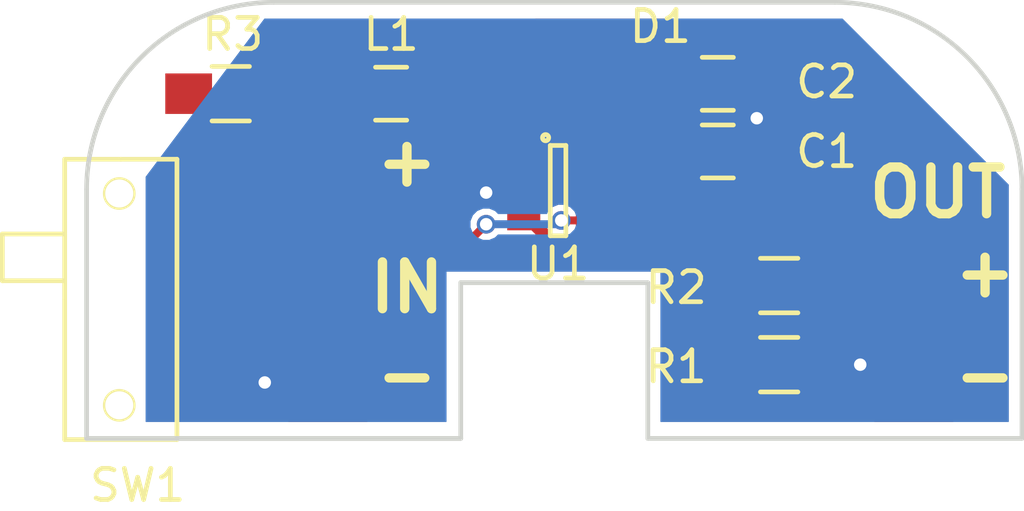
<source format=kicad_pcb>
(kicad_pcb (version 4) (host pcbnew 4.0.2-stable)

  (general
    (links 16)
    (no_connects 0)
    (area 147.021999 93.871 184.073934 112.481)
    (thickness 1.6)
    (drawings 17)
    (tracks 76)
    (zones 0)
    (modules 9)
    (nets 8)
  )

  (page A4)
  (layers
    (0 F.Cu signal)
    (31 B.Cu signal)
    (32 B.Adhes user)
    (33 F.Adhes user)
    (34 B.Paste user)
    (35 F.Paste user)
    (36 B.SilkS user)
    (37 F.SilkS user)
    (38 B.Mask user)
    (39 F.Mask user)
    (40 Dwgs.User user)
    (41 Cmts.User user)
    (42 Eco1.User user)
    (43 Eco2.User user)
    (44 Edge.Cuts user)
    (45 Margin user)
    (46 B.CrtYd user)
    (47 F.CrtYd user)
    (48 B.Fab user)
    (49 F.Fab user)
  )

  (setup
    (last_trace_width 0.25)
    (user_trace_width 0.1524)
    (user_trace_width 0.2032)
    (user_trace_width 0.254)
    (user_trace_width 0.381)
    (user_trace_width 0.508)
    (trace_clearance 0.2)
    (zone_clearance 0.2032)
    (zone_45_only yes)
    (trace_min 0.1524)
    (segment_width 0.2)
    (edge_width 0.15)
    (via_size 0.6)
    (via_drill 0.4)
    (via_min_size 0.3302)
    (via_min_drill 0.3)
    (uvia_size 0.3)
    (uvia_drill 0.1)
    (uvias_allowed no)
    (uvia_min_size 0.2)
    (uvia_min_drill 0.1)
    (pcb_text_width 0.3)
    (pcb_text_size 1.5 1.5)
    (mod_edge_width 0.15)
    (mod_text_size 1 1)
    (mod_text_width 0.15)
    (pad_size 1.2 1.8)
    (pad_drill 0.8)
    (pad_to_mask_clearance 0.1)
    (aux_axis_origin 0 0)
    (visible_elements 7FFFFFFF)
    (pcbplotparams
      (layerselection 0x010f0_80000001)
      (usegerberextensions false)
      (excludeedgelayer true)
      (linewidth 0.100000)
      (plotframeref false)
      (viasonmask false)
      (mode 1)
      (useauxorigin false)
      (hpglpennumber 1)
      (hpglpenspeed 20)
      (hpglpendiameter 15)
      (hpglpenoverlay 2)
      (psnegative false)
      (psa4output false)
      (plotreference true)
      (plotvalue true)
      (plotinvisibletext false)
      (padsonsilk false)
      (subtractmaskfromsilk false)
      (outputformat 1)
      (mirror false)
      (drillshape 0)
      (scaleselection 1)
      (outputdirectory "OSH Park 2/"))
  )

  (net 0 "")
  (net 1 GND)
  (net 2 /Vin)
  (net 3 /Vout)
  (net 4 /SW)
  (net 5 /FB)
  (net 6 /SHDN)
  (net 7 "Net-(R3-Pad2)")

  (net_class Default "This is the default net class."
    (clearance 0.2)
    (trace_width 0.25)
    (via_dia 0.6)
    (via_drill 0.4)
    (uvia_dia 0.3)
    (uvia_drill 0.1)
    (add_net /SHDN)
    (add_net /SW)
    (add_net "Net-(R3-Pad2)")
  )

  (net_class FB ""
    (clearance 0.2)
    (trace_width 0.4)
    (via_dia 0.6)
    (via_drill 0.4)
    (uvia_dia 0.3)
    (uvia_drill 0.1)
    (add_net /FB)
  )

  (net_class GND ""
    (clearance 0.2)
    (trace_width 0.5)
    (via_dia 0.6)
    (via_drill 0.4)
    (uvia_dia 0.3)
    (uvia_drill 0.1)
    (add_net GND)
  )

  (net_class VIN ""
    (clearance 0.2)
    (trace_width 0.5)
    (via_dia 0.6)
    (via_drill 0.4)
    (uvia_dia 0.3)
    (uvia_drill 0.1)
    (add_net /Vin)
  )

  (net_class VOUT ""
    (clearance 0.2)
    (trace_width 0.5)
    (via_dia 0.6)
    (via_drill 0.4)
    (uvia_dia 0.3)
    (uvia_drill 0.1)
    (add_net /Vout)
  )

  (module .pretty:JS102011SAQN (layer F.Cu) (tedit 56E61D49) (tstamp 56C2B9A4)
    (at 153.797 105.537 270)
    (path /56C25443)
    (fp_text reference SW1 (at 5.969 2.159 360) (layer F.SilkS)
      (effects (font (size 1 1) (thickness 0.15)))
    )
    (fp_text value SPDT (at 0 5.4 270) (layer F.Fab) hide
      (effects (font (size 1 1) (thickness 0.15)))
    )
    (fp_line (start -0.6 4.5) (end -0.6 6.5) (layer F.SilkS) (width 0.15))
    (fp_line (start -0.6 6.5) (end -2.1 6.5) (layer F.SilkS) (width 0.15))
    (fp_line (start -2.1 6.5) (end -2.1 4.5) (layer F.SilkS) (width 0.15))
    (fp_line (start 0 4.5) (end 4.5 4.5) (layer F.SilkS) (width 0.15))
    (fp_line (start 4.5 4.5) (end 4.5 0.9) (layer F.SilkS) (width 0.15))
    (fp_line (start 4.5 0.9) (end -4.5 0.9) (layer F.SilkS) (width 0.15))
    (fp_line (start -4.5 0.9) (end -4.5 2.7) (layer F.SilkS) (width 0.15))
    (fp_line (start 0 4.5) (end -4.5 4.5) (layer F.SilkS) (width 0.15))
    (fp_line (start -4.5 2.7) (end -4.5 4.5) (layer F.SilkS) (width 0.15))
    (fp_circle (center 3.4 2.75) (end 3.85 2.75) (layer F.SilkS) (width 0.15))
    (fp_circle (center -3.4 2.75) (end -3.85 2.75) (layer F.SilkS) (width 0.15))
    (pad 2 smd rect (at 0 0 270) (size 1.2 2.5) (layers F.Cu F.Paste F.Mask)
      (net 6 /SHDN))
    (pad 1 smd rect (at -2.5 0 270) (size 1.2 2.5) (layers F.Cu F.Paste F.Mask)
      (net 7 "Net-(R3-Pad2)"))
    (pad 3 smd rect (at 2.5 0 270) (size 1.2 2.5) (layers F.Cu F.Paste F.Mask)
      (net 1 GND))
    (pad "" np_thru_hole circle (at -3.4 2.75 270) (size 0.9 0.9) (drill 0.9) (layers *.Cu *.Mask F.SilkS))
    (pad "" np_thru_hole circle (at 3.4 2.75 270) (size 0.9 0.9) (drill 0.9) (layers *.Cu *.Mask F.SilkS))
  )

  (module Capacitors_SMD:C_0805_HandSoldering (layer F.Cu) (tedit 56E61D25) (tstamp 56C2B973)
    (at 170.2435 100.7872)
    (descr "Capacitor SMD 0805, hand soldering")
    (tags "capacitor 0805")
    (path /565F3671)
    (attr smd)
    (fp_text reference C1 (at 3.4925 0) (layer F.SilkS)
      (effects (font (size 1 1) (thickness 0.15)))
    )
    (fp_text value 10uF (at 11.7221 -0.0508) (layer F.Fab) hide
      (effects (font (size 1 1) (thickness 0.15)))
    )
    (fp_line (start -2.3 -1) (end 2.3 -1) (layer F.CrtYd) (width 0.05))
    (fp_line (start -2.3 1) (end 2.3 1) (layer F.CrtYd) (width 0.05))
    (fp_line (start -2.3 -1) (end -2.3 1) (layer F.CrtYd) (width 0.05))
    (fp_line (start 2.3 -1) (end 2.3 1) (layer F.CrtYd) (width 0.05))
    (fp_line (start 0.5 -0.85) (end -0.5 -0.85) (layer F.SilkS) (width 0.15))
    (fp_line (start -0.5 0.85) (end 0.5 0.85) (layer F.SilkS) (width 0.15))
    (pad 1 smd rect (at -1.25 0) (size 1.5 1.25) (layers F.Cu F.Paste F.Mask)
      (net 2 /Vin))
    (pad 2 smd rect (at 1.25 0) (size 1.5 1.25) (layers F.Cu F.Paste F.Mask)
      (net 1 GND))
    (model Capacitors_SMD.3dshapes/C_0805_HandSoldering.wrl
      (at (xyz 0 0 0))
      (scale (xyz 1 1 1))
      (rotate (xyz 0 0 0))
    )
  )

  (module Capacitors_SMD:C_0805_HandSoldering (layer F.Cu) (tedit 56E61D35) (tstamp 56C2B979)
    (at 170.2435 98.6155)
    (descr "Capacitor SMD 0805, hand soldering")
    (tags "capacitor 0805")
    (path /565F36D9)
    (attr smd)
    (fp_text reference C2 (at 3.4925 -0.0635) (layer F.SilkS)
      (effects (font (size 1 1) (thickness 0.15)))
    )
    (fp_text value 22uF (at 11.7221 -0.0127) (layer F.Fab) hide
      (effects (font (size 1 1) (thickness 0.15)))
    )
    (fp_line (start -2.3 -1) (end 2.3 -1) (layer F.CrtYd) (width 0.05))
    (fp_line (start -2.3 1) (end 2.3 1) (layer F.CrtYd) (width 0.05))
    (fp_line (start -2.3 -1) (end -2.3 1) (layer F.CrtYd) (width 0.05))
    (fp_line (start 2.3 -1) (end 2.3 1) (layer F.CrtYd) (width 0.05))
    (fp_line (start 0.5 -0.85) (end -0.5 -0.85) (layer F.SilkS) (width 0.15))
    (fp_line (start -0.5 0.85) (end 0.5 0.85) (layer F.SilkS) (width 0.15))
    (pad 1 smd rect (at -1.25 0) (size 1.5 1.25) (layers F.Cu F.Paste F.Mask)
      (net 3 /Vout))
    (pad 2 smd rect (at 1.25 0) (size 1.5 1.25) (layers F.Cu F.Paste F.Mask)
      (net 1 GND))
    (model Capacitors_SMD.3dshapes/C_0805_HandSoldering.wrl
      (at (xyz 0 0 0))
      (scale (xyz 1 1 1))
      (rotate (xyz 0 0 0))
    )
  )

  (module .pretty:POWERMITE (layer F.Cu) (tedit 56E61D20) (tstamp 56C2B97F)
    (at 164.1475 97.9805 180)
    (path /565F347C)
    (fp_text reference D1 (at -4.2545 1.2065 180) (layer F.SilkS)
      (effects (font (size 1 1) (thickness 0.15)))
    )
    (fp_text value D (at -1.4605 2.9845 180) (layer F.Fab) hide
      (effects (font (size 1 1) (thickness 0.15)))
    )
    (pad 1 smd rect (at -1.6525 0 180) (size 2.67 2.54) (layers F.Cu F.Paste F.Mask)
      (net 3 /Vout))
    (pad 2 smd rect (at 0.6985 0 180) (size 0.762 1.27) (layers F.Cu F.Paste F.Mask)
      (net 4 /SW))
  )

  (module Capacitors_SMD:C_0805_HandSoldering (layer F.Cu) (tedit 56E61D1D) (tstamp 56C2B985)
    (at 159.766 98.933)
    (descr "Capacitor SMD 0805, hand soldering")
    (tags "capacitor 0805")
    (path /565F33FD)
    (attr smd)
    (fp_text reference L1 (at 0 -1.905) (layer F.SilkS)
      (effects (font (size 1 1) (thickness 0.15)))
    )
    (fp_text value 2.5uH (at 0 -3.937) (layer F.Fab) hide
      (effects (font (size 1 1) (thickness 0.15)))
    )
    (fp_line (start -2.3 -1) (end 2.3 -1) (layer F.CrtYd) (width 0.05))
    (fp_line (start -2.3 1) (end 2.3 1) (layer F.CrtYd) (width 0.05))
    (fp_line (start -2.3 -1) (end -2.3 1) (layer F.CrtYd) (width 0.05))
    (fp_line (start 2.3 -1) (end 2.3 1) (layer F.CrtYd) (width 0.05))
    (fp_line (start 0.5 -0.85) (end -0.5 -0.85) (layer F.SilkS) (width 0.15))
    (fp_line (start -0.5 0.85) (end 0.5 0.85) (layer F.SilkS) (width 0.15))
    (pad 1 smd rect (at -1.25 0) (size 1.5 1.25) (layers F.Cu F.Paste F.Mask)
      (net 2 /Vin))
    (pad 2 smd rect (at 1.25 0) (size 1.5 1.25) (layers F.Cu F.Paste F.Mask)
      (net 4 /SW))
    (model Capacitors_SMD.3dshapes/C_0805_HandSoldering.wrl
      (at (xyz 0 0 0))
      (scale (xyz 1 1 1))
      (rotate (xyz 0 0 0))
    )
  )

  (module Resistors_SMD:R_0805_HandSoldering (layer F.Cu) (tedit 56E61D3B) (tstamp 56C2B98B)
    (at 172.212 107.6325 180)
    (descr "Resistor SMD 0805, hand soldering")
    (tags "resistor 0805")
    (path /565F355C)
    (attr smd)
    (fp_text reference R1 (at 3.302 -0.0635 180) (layer F.SilkS)
      (effects (font (size 1 1) (thickness 0.15)))
    )
    (fp_text value 30.9K (at -5.334 -0.0635 180) (layer F.Fab) hide
      (effects (font (size 1 1) (thickness 0.15)))
    )
    (fp_line (start -2.4 -1) (end 2.4 -1) (layer F.CrtYd) (width 0.05))
    (fp_line (start -2.4 1) (end 2.4 1) (layer F.CrtYd) (width 0.05))
    (fp_line (start -2.4 -1) (end -2.4 1) (layer F.CrtYd) (width 0.05))
    (fp_line (start 2.4 -1) (end 2.4 1) (layer F.CrtYd) (width 0.05))
    (fp_line (start 0.6 0.875) (end -0.6 0.875) (layer F.SilkS) (width 0.15))
    (fp_line (start -0.6 -0.875) (end 0.6 -0.875) (layer F.SilkS) (width 0.15))
    (pad 1 smd rect (at -1.35 0 180) (size 1.5 1.3) (layers F.Cu F.Paste F.Mask)
      (net 1 GND))
    (pad 2 smd rect (at 1.35 0 180) (size 1.5 1.3) (layers F.Cu F.Paste F.Mask)
      (net 5 /FB))
    (model Resistors_SMD.3dshapes/R_0805_HandSoldering.wrl
      (at (xyz 0 0 0))
      (scale (xyz 1 1 1))
      (rotate (xyz 0 0 0))
    )
  )

  (module Resistors_SMD:R_0805_HandSoldering (layer F.Cu) (tedit 56E61D39) (tstamp 56C2B991)
    (at 172.212 105.0925 180)
    (descr "Resistor SMD 0805, hand soldering")
    (tags "resistor 0805")
    (path /565F35A7)
    (attr smd)
    (fp_text reference R2 (at 3.302 -0.0635 180) (layer F.SilkS)
      (effects (font (size 1 1) (thickness 0.15)))
    )
    (fp_text value 95.3K (at -5.334 -0.0635 180) (layer F.Fab) hide
      (effects (font (size 1 1) (thickness 0.15)))
    )
    (fp_line (start -2.4 -1) (end 2.4 -1) (layer F.CrtYd) (width 0.05))
    (fp_line (start -2.4 1) (end 2.4 1) (layer F.CrtYd) (width 0.05))
    (fp_line (start -2.4 -1) (end -2.4 1) (layer F.CrtYd) (width 0.05))
    (fp_line (start 2.4 -1) (end 2.4 1) (layer F.CrtYd) (width 0.05))
    (fp_line (start 0.6 0.875) (end -0.6 0.875) (layer F.SilkS) (width 0.15))
    (fp_line (start -0.6 -0.875) (end 0.6 -0.875) (layer F.SilkS) (width 0.15))
    (pad 1 smd rect (at -1.35 0 180) (size 1.5 1.3) (layers F.Cu F.Paste F.Mask)
      (net 3 /Vout))
    (pad 2 smd rect (at 1.35 0 180) (size 1.5 1.3) (layers F.Cu F.Paste F.Mask)
      (net 5 /FB))
    (model Resistors_SMD.3dshapes/R_0805_HandSoldering.wrl
      (at (xyz 0 0 0))
      (scale (xyz 1 1 1))
      (rotate (xyz 0 0 0))
    )
  )

  (module Resistors_SMD:R_0805_HandSoldering (layer F.Cu) (tedit 56E61D18) (tstamp 56C2B997)
    (at 154.6225 98.933 180)
    (descr "Resistor SMD 0805, hand soldering")
    (tags "resistor 0805")
    (path /565F61F2)
    (attr smd)
    (fp_text reference R3 (at -0.0635 1.905 180) (layer F.SilkS)
      (effects (font (size 1 1) (thickness 0.15)))
    )
    (fp_text value 1M (at -0.0635 3.937 180) (layer F.Fab) hide
      (effects (font (size 1 1) (thickness 0.15)))
    )
    (fp_line (start -2.4 -1) (end 2.4 -1) (layer F.CrtYd) (width 0.05))
    (fp_line (start -2.4 1) (end 2.4 1) (layer F.CrtYd) (width 0.05))
    (fp_line (start -2.4 -1) (end -2.4 1) (layer F.CrtYd) (width 0.05))
    (fp_line (start 2.4 -1) (end 2.4 1) (layer F.CrtYd) (width 0.05))
    (fp_line (start 0.6 0.875) (end -0.6 0.875) (layer F.SilkS) (width 0.15))
    (fp_line (start -0.6 -0.875) (end 0.6 -0.875) (layer F.SilkS) (width 0.15))
    (pad 1 smd rect (at -1.35 0 180) (size 1.5 1.3) (layers F.Cu F.Paste F.Mask)
      (net 2 /Vin))
    (pad 2 smd rect (at 1.35 0 180) (size 1.5 1.3) (layers F.Cu F.Paste F.Mask)
      (net 7 "Net-(R3-Pad2)"))
    (model Resistors_SMD.3dshapes/R_0805_HandSoldering.wrl
      (at (xyz 0 0 0))
      (scale (xyz 1 1 1))
      (rotate (xyz 0 0 0))
    )
  )

  (module TO_SOT_Packages_SMD:SOT-23-6 (layer F.Cu) (tedit 56E61D22) (tstamp 56C2B9AE)
    (at 165.1205 102.0445)
    (descr "6-pin SOT-23 package")
    (tags SOT-23-6)
    (path /565F337C)
    (attr smd)
    (fp_text reference U1 (at 0 2.3495) (layer F.SilkS)
      (effects (font (size 1 1) (thickness 0.15)))
    )
    (fp_text value LTC3426 (at -0.0205 9.2075) (layer F.Fab) hide
      (effects (font (size 1 1) (thickness 0.15)))
    )
    (fp_circle (center -0.4 -1.7) (end -0.3 -1.7) (layer F.SilkS) (width 0.15))
    (fp_line (start 0.25 -1.45) (end -0.25 -1.45) (layer F.SilkS) (width 0.15))
    (fp_line (start 0.25 1.45) (end 0.25 -1.45) (layer F.SilkS) (width 0.15))
    (fp_line (start -0.25 1.45) (end 0.25 1.45) (layer F.SilkS) (width 0.15))
    (fp_line (start -0.25 -1.45) (end -0.25 1.45) (layer F.SilkS) (width 0.15))
    (pad 1 smd rect (at -1.1 -0.95) (size 1.06 0.65) (layers F.Cu F.Paste F.Mask)
      (net 4 /SW))
    (pad 2 smd rect (at -1.1 0) (size 1.06 0.65) (layers F.Cu F.Paste F.Mask)
      (net 1 GND))
    (pad 3 smd rect (at -1.1 0.95) (size 1.06 0.65) (layers F.Cu F.Paste F.Mask)
      (net 5 /FB))
    (pad 4 smd rect (at 1.1 0.95) (size 1.06 0.65) (layers F.Cu F.Paste F.Mask)
      (net 6 /SHDN))
    (pad 6 smd rect (at 1.1 -0.95) (size 1.06 0.65) (layers F.Cu F.Paste F.Mask)
      (net 2 /Vin))
    (pad 5 smd rect (at 1.1 0) (size 1.06 0.65) (layers F.Cu F.Paste F.Mask)
      (net 3 /Vout))
    (model TO_SOT_Packages_SMD.3dshapes/SOT-23-6.wrl
      (at (xyz 0 0 0))
      (scale (xyz 1 1 1))
      (rotate (xyz 0 0 0))
    )
  )

  (gr_text - (at 178.816 107.95) (layer F.SilkS)
    (effects (font (size 1.5 1.5) (thickness 0.3)))
  )
  (gr_text + (at 178.816 104.648) (layer F.SilkS)
    (effects (font (size 1.5 1.5) (thickness 0.3)))
  )
  (gr_text "OUT\n" (at 177.292 102.108) (layer F.SilkS)
    (effects (font (size 1.5 1.5) (thickness 0.3)))
  )
  (gr_text IN (at 160.274 105.156) (layer F.SilkS)
    (effects (font (size 1.5 1.5) (thickness 0.3)))
  )
  (gr_text - (at 160.274 107.95) (layer F.SilkS)
    (effects (font (size 1.5 1.5) (thickness 0.3)))
  )
  (gr_text + (at 160.274 101.092) (layer F.SilkS)
    (effects (font (size 1.5 1.5) (thickness 0.3)))
  )
  (gr_arc (start 174 102) (end 174 96) (angle 90) (layer Edge.Cuts) (width 0.15))
  (gr_line (start 162 105) (end 168 105) (angle 90) (layer Edge.Cuts) (width 0.15))
  (gr_line (start 156 96) (end 174 96) (angle 90) (layer Edge.Cuts) (width 0.15))
  (gr_line (start 150 110) (end 150 102) (angle 90) (layer Edge.Cuts) (width 0.15))
  (gr_line (start 180 102) (end 180 110) (angle 90) (layer Edge.Cuts) (width 0.15))
  (gr_arc (start 156 102) (end 150 102) (angle 90) (layer Edge.Cuts) (width 0.15))
  (gr_line (start 162 110) (end 150 110) (angle 90) (layer Edge.Cuts) (width 0.15))
  (gr_line (start 168 110) (end 180 110) (angle 90) (layer Edge.Cuts) (width 0.15))
  (gr_line (start 168 110) (end 168 105) (angle 90) (layer Edge.Cuts) (width 0.15))
  (gr_line (start 162 110) (end 162 105) (angle 90) (layer Edge.Cuts) (width 0.15))
  (gr_line (start 150 110) (end 162 110) (angle 90) (layer Edge.Cuts) (width 0.15))

  (segment (start 155.714 108.204) (end 157.48 108.204) (width 0.5) (layer F.Cu) (net 1))
  (via (at 155.714 108.204) (size 0.6) (drill 0.4) (layers F.Cu B.Cu) (net 1))
  (segment (start 155.547 108.037) (end 155.714 108.204) (width 0.5) (layer F.Cu) (net 1))
  (segment (start 153.797 108.037) (end 155.547 108.037) (width 0.5) (layer F.Cu) (net 1))
  (via (at 174.812 107.6325) (size 0.6) (drill 0.4) (layers F.Cu B.Cu) (net 1))
  (segment (start 174.812 107.6325) (end 175.3835 108.204) (width 0.5) (layer F.Cu) (net 1))
  (segment (start 173.562 107.6325) (end 174.812 107.6325) (width 0.5) (layer F.Cu) (net 1))
  (segment (start 175.3835 108.204) (end 176.276 108.204) (width 0.5) (layer F.Cu) (net 1))
  (segment (start 171.4935 99.822) (end 171.4935 104.314) (width 0.5) (layer B.Cu) (net 1))
  (segment (start 171.4935 104.314) (end 174.812 107.6325) (width 0.5) (layer B.Cu) (net 1))
  (segment (start 171.4935 99.822) (end 165.1 99.822) (width 0.5) (layer B.Cu) (net 1))
  (segment (start 165.1 99.822) (end 162.814 102.108) (width 0.5) (layer B.Cu) (net 1))
  (segment (start 162.814 102.108) (end 161.81 102.108) (width 0.5) (layer B.Cu) (net 1))
  (segment (start 161.81 102.108) (end 155.714 108.204) (width 0.5) (layer B.Cu) (net 1))
  (segment (start 171.4935 101.092) (end 171.4935 99.822) (width 0.5) (layer F.Cu) (net 1))
  (segment (start 171.4935 98.6155) (end 171.4935 99.822) (width 0.5) (layer F.Cu) (net 1))
  (via (at 171.4935 99.7204) (size 0.6) (drill 0.4) (layers F.Cu B.Cu) (net 1))
  (segment (start 164.0205 102.0445) (end 162.8775 102.0445) (width 0.5) (layer F.Cu) (net 1))
  (segment (start 162.8775 102.0445) (end 162.814 102.108) (width 0.5) (layer F.Cu) (net 1))
  (via (at 162.814 102.108) (size 0.6) (drill 0.4) (layers F.Cu B.Cu) (net 1))
  (segment (start 153.797 108.037) (end 153.147 108.037) (width 0.5) (layer F.Cu) (net 1))
  (segment (start 157.734 101.346) (end 157.734 101.6) (width 0.5) (layer F.Cu) (net 2))
  (segment (start 157.226 100.838) (end 157.734 101.346) (width 0.5) (layer F.Cu) (net 2))
  (segment (start 157.226 98.933) (end 158.516 98.933) (width 0.5) (layer F.Cu) (net 2))
  (segment (start 155.9725 98.933) (end 157.226 98.933) (width 0.5) (layer F.Cu) (net 2))
  (segment (start 157.226 98.933) (end 157.226 100.838) (width 0.5) (layer F.Cu) (net 2))
  (segment (start 158.516 98.933) (end 158.641 98.933) (width 0.5) (layer F.Cu) (net 2))
  (segment (start 158.641 98.933) (end 159.9775 100.2695) (width 0.5) (layer F.Cu) (net 2))
  (segment (start 159.9775 100.2695) (end 165.1905 100.2695) (width 0.5) (layer F.Cu) (net 2))
  (segment (start 165.1905 100.2695) (end 166.0155 101.0945) (width 0.5) (layer F.Cu) (net 2))
  (segment (start 166.0155 101.0945) (end 166.2205 101.0945) (width 0.5) (layer F.Cu) (net 2))
  (segment (start 168.9935 101.092) (end 166.223 101.092) (width 0.5) (layer F.Cu) (net 2))
  (segment (start 166.223 101.092) (end 166.2205 101.0945) (width 0.5) (layer F.Cu) (net 2))
  (segment (start 176.0855 105.0925) (end 176.276 104.902) (width 0.254) (layer F.Cu) (net 3))
  (segment (start 173.562 105.0925) (end 176.0855 105.0925) (width 0.254) (layer F.Cu) (net 3))
  (segment (start 173.562 105.0925) (end 173.462 105.0925) (width 0.254) (layer F.Cu) (net 3))
  (segment (start 173.462 105.0925) (end 170.536501 102.167001) (width 0.254) (layer F.Cu) (net 3))
  (segment (start 170.536501 102.167001) (end 170.103501 102.167001) (width 0.254) (layer F.Cu) (net 3))
  (segment (start 168.9935 98.6155) (end 169.1185 98.6155) (width 0.254) (layer F.Cu) (net 3))
  (segment (start 169.1185 98.6155) (end 170.193501 99.690501) (width 0.254) (layer F.Cu) (net 3))
  (segment (start 170.103501 102.167001) (end 167.373001 102.167001) (width 0.254) (layer F.Cu) (net 3))
  (segment (start 170.193501 99.690501) (end 170.193501 102.077001) (width 0.254) (layer F.Cu) (net 3))
  (segment (start 170.193501 102.077001) (end 170.103501 102.167001) (width 0.254) (layer F.Cu) (net 3))
  (segment (start 167.373001 102.167001) (end 167.2505 102.0445) (width 0.254) (layer F.Cu) (net 3))
  (segment (start 167.2505 102.0445) (end 166.2205 102.0445) (width 0.254) (layer F.Cu) (net 3))
  (segment (start 168.9935 98.6155) (end 166.435 98.6155) (width 0.254) (layer F.Cu) (net 3))
  (segment (start 166.435 98.6155) (end 165.8 97.9805) (width 0.254) (layer F.Cu) (net 3))
  (segment (start 161.016 98.933) (end 162.7505 98.933) (width 0.254) (layer F.Cu) (net 4))
  (segment (start 162.7505 98.933) (end 163.449 98.2345) (width 0.254) (layer F.Cu) (net 4))
  (segment (start 163.449 98.2345) (end 163.449 97.9805) (width 0.25) (layer F.Cu) (net 4))
  (segment (start 159.258 103.378) (end 156.573002 103.378) (width 0.254) (layer F.Cu) (net 4))
  (segment (start 156.573002 103.378) (end 154.897499 101.702497) (width 0.254) (layer F.Cu) (net 4))
  (segment (start 159.915999 97.957999) (end 160.891 98.933) (width 0.254) (layer F.Cu) (net 4))
  (segment (start 154.897499 101.702497) (end 154.897499 98.022999) (width 0.25) (layer F.Cu) (net 4))
  (segment (start 154.897499 98.022999) (end 154.962499 97.957999) (width 0.254) (layer F.Cu) (net 4))
  (segment (start 154.962499 97.957999) (end 159.915999 97.957999) (width 0.25) (layer F.Cu) (net 4))
  (segment (start 161.5415 101.0945) (end 159.258 103.378) (width 0.254) (layer F.Cu) (net 4))
  (segment (start 164.0205 101.0945) (end 161.5415 101.0945) (width 0.254) (layer F.Cu) (net 4))
  (segment (start 160.891 98.933) (end 161.016 98.933) (width 0.25) (layer F.Cu) (net 4))
  (segment (start 170.862 105.0925) (end 170.862 107.6325) (width 0.4) (layer F.Cu) (net 5))
  (segment (start 169.746 104.0765) (end 165.3075 104.0765) (width 0.4) (layer F.Cu) (net 5))
  (segment (start 165.3075 104.0765) (end 164.2255 102.9945) (width 0.4) (layer F.Cu) (net 5))
  (segment (start 164.2255 102.9945) (end 164.0205 102.9945) (width 0.4) (layer F.Cu) (net 5))
  (segment (start 170.862 105.0925) (end 170.762 105.0925) (width 0.4) (layer F.Cu) (net 5))
  (segment (start 170.762 105.0925) (end 169.746 104.0765) (width 0.4) (layer F.Cu) (net 5))
  (segment (start 165.222482 103.001518) (end 166.213482 103.001518) (width 0.254) (layer F.Cu) (net 6))
  (via (at 162.814 103.124) (size 0.6) (drill 0.4) (layers F.Cu B.Cu) (net 6))
  (segment (start 160.401 105.537) (end 162.814 103.124) (width 0.254) (layer F.Cu) (net 6))
  (segment (start 153.797 105.537) (end 160.401 105.537) (width 0.254) (layer F.Cu) (net 6))
  (via (at 165.222482 103.001518) (size 0.6) (drill 0.4) (layers F.Cu B.Cu) (net 6))
  (segment (start 165.1 103.124) (end 165.222482 103.001518) (width 0.254) (layer B.Cu) (net 6))
  (segment (start 162.814 103.124) (end 165.1 103.124) (width 0.254) (layer B.Cu) (net 6))
  (segment (start 166.213482 103.001518) (end 166.2205 102.9945) (width 0.25) (layer F.Cu) (net 6))
  (segment (start 166.1595 102.9335) (end 166.2205 102.9945) (width 0.25) (layer F.Cu) (net 6))
  (segment (start 153.797 103.037) (end 153.797 99.4575) (width 0.254) (layer F.Cu) (net 7))
  (segment (start 153.797 99.4575) (end 153.2725 98.933) (width 0.254) (layer F.Cu) (net 7) (tstamp 56E3AF91))

  (zone (net 2) (net_name /Vin) (layer F.Cu) (tstamp 56E3B377) (hatch edge 0.508)
    (connect_pads yes (clearance 0.1524))
    (min_thickness 0.1524)
    (fill yes (arc_segments 16) (thermal_gap 0.508) (thermal_bridge_width 0.508))
    (polygon
      (pts
        (xy 162.814 99.822) (xy 164.084 99.822) (xy 169.418 99.822) (xy 169.7228 100.076) (xy 169.7228 101.4476)
        (xy 168.0972 101.4476) (xy 161.4932 101.4476) (xy 159.258 103.632) (xy 156.21 103.632) (xy 154.686 102.108)
        (xy 154.686 98.044) (xy 160.02 98.044) (xy 160.02 99.822) (xy 161.417 99.822)
      )
    )
    (filled_polygon
      (pts
        (xy 159.9438 98.55601) (xy 159.9438 99.822) (xy 159.949803 99.851646) (xy 159.966868 99.876621) (xy 159.992305 99.892989)
        (xy 160.02 99.8982) (xy 169.390412 99.8982) (xy 169.6466 100.11169) (xy 169.6466 101.3714) (xy 164.832111 101.3714)
        (xy 164.832111 100.7695) (xy 164.812852 100.667146) (xy 164.752361 100.573141) (xy 164.660062 100.510076) (xy 164.5505 100.487889)
        (xy 163.4905 100.487889) (xy 163.388146 100.507148) (xy 163.294141 100.567639) (xy 163.231076 100.659938) (xy 163.224725 100.6913)
        (xy 161.5415 100.6913) (xy 161.387202 100.721992) (xy 161.256395 100.809394) (xy 159.09099 102.9748) (xy 156.740013 102.9748)
        (xy 155.298699 101.533487) (xy 155.298699 98.359199) (xy 159.746989 98.359199)
      )
    )
  )
  (zone (net 1) (net_name GND) (layer F.Cu) (tstamp 0) (hatch edge 0.508)
    (connect_pads yes (clearance 0.02032))
    (min_thickness 0.0254)
    (fill yes (arc_segments 16) (thermal_gap 0.508) (thermal_bridge_width 0.508))
    (polygon
      (pts
        (xy 175.26 109.474) (xy 177.8 109.474) (xy 177.8 106.934) (xy 175.26 106.934)
      )
    )
    (filled_polygon
      (pts
        (xy 177.7873 109.4613) (xy 175.2727 109.4613) (xy 175.2727 106.9467) (xy 177.7873 106.9467)
      )
    )
  )
  (zone (net 3) (net_name /Vout) (layer F.Cu) (tstamp 0) (hatch edge 0.508)
    (connect_pads yes (clearance 0.2032))
    (min_thickness 0.1524)
    (fill yes (arc_segments 16) (thermal_gap 0.508) (thermal_bridge_width 0.508))
    (polygon
      (pts
        (xy 170.5356 98.0948) (xy 170.5356 101.9048) (xy 170.942 102.362) (xy 177.8 102.362) (xy 177.8 106.172)
        (xy 172.466 106.172) (xy 171.958 105.918) (xy 171.958 104.14) (xy 169.926 103.378) (xy 164.7952 103.378)
        (xy 164.7952 101.7016) (xy 170.0276 101.7016) (xy 170.0276 100.0252) (xy 169.5196 99.568) (xy 167.64 99.568)
        (xy 167.132 99.314) (xy 164.338 99.314) (xy 164.338 96.52) (xy 168.91 96.52) (xy 170.434 98.044)
      )
    )
    (filled_polygon
      (pts
        (xy 170.380118 98.097882) (xy 170.399922 98.112155) (xy 170.458627 98.141508) (xy 170.458627 99.2405) (xy 170.4594 99.244608)
        (xy 170.4594 100.158383) (xy 170.458627 100.1622) (xy 170.458627 101.4122) (xy 170.4594 101.416308) (xy 170.4594 101.9048)
        (xy 170.465403 101.934446) (xy 170.478647 101.955425) (xy 170.885047 102.412625) (xy 170.90923 102.430794) (xy 170.942 102.4382)
        (xy 177.7238 102.4382) (xy 177.7238 106.0958) (xy 172.483988 106.0958) (xy 172.0342 105.870906) (xy 172.0342 104.14)
        (xy 172.028197 104.110354) (xy 172.011132 104.085379) (xy 171.984756 104.068652) (xy 169.952756 103.306652) (xy 169.926 103.3018)
        (xy 167.035373 103.3018) (xy 167.035373 102.6695) (xy 167.015891 102.565961) (xy 166.954699 102.470866) (xy 166.861332 102.407071)
        (xy 166.7505 102.384627) (xy 165.6905 102.384627) (xy 165.586961 102.404109) (xy 165.491866 102.465301) (xy 165.480843 102.481434)
        (xy 165.338237 102.422219) (xy 165.107738 102.422018) (xy 164.894707 102.51004) (xy 164.8714 102.533306) (xy 164.8714 101.7778)
        (xy 170.0276 101.7778) (xy 170.057246 101.771797) (xy 170.082221 101.754732) (xy 170.098589 101.729295) (xy 170.1038 101.7016)
        (xy 170.1038 100.0252) (xy 170.097797 99.995554) (xy 170.078575 99.968561) (xy 169.570575 99.511361) (xy 169.544523 99.495991)
        (xy 169.5196 99.4918) (xy 167.657988 99.4918) (xy 167.166078 99.245845) (xy 167.132 99.2378) (xy 164.4142 99.2378)
        (xy 164.4142 96.5962) (xy 168.878436 96.5962)
      )
    )
  )
  (zone (net 1) (net_name GND) (layer B.Cu) (tstamp 0) (hatch edge 0.508)
    (connect_pads yes (clearance 0.02032))
    (min_thickness 0.0254)
    (fill yes (arc_segments 16) (thermal_gap 0.508) (thermal_bridge_width 0.508))
    (polygon
      (pts
        (xy 168.402 109.474) (xy 168.402 104.648) (xy 161.544 104.648) (xy 161.544 109.474) (xy 151.892 109.474)
        (xy 151.892 101.6) (xy 155.702 96.52) (xy 174.244 96.52) (xy 179.578 101.854) (xy 179.578 109.474)
      )
    )
    (filled_polygon
      (pts
        (xy 179.5653 101.85926) (xy 179.5653 109.4613) (xy 168.4147 109.4613) (xy 168.4147 104.648) (xy 168.413699 104.643059)
        (xy 168.410855 104.638897) (xy 168.406616 104.636169) (xy 168.402 104.6353) (xy 161.544 104.6353) (xy 161.539059 104.636301)
        (xy 161.534897 104.639145) (xy 161.532169 104.643384) (xy 161.5313 104.648) (xy 161.5313 109.4613) (xy 151.9047 109.4613)
        (xy 151.9047 103.225535) (xy 162.301212 103.225535) (xy 162.379101 103.414042) (xy 162.5232 103.558392) (xy 162.71157 103.63661)
        (xy 162.915535 103.636788) (xy 163.104042 103.558899) (xy 163.199407 103.4637) (xy 164.998608 103.4637) (xy 165.120052 103.514128)
        (xy 165.324017 103.514306) (xy 165.512524 103.436417) (xy 165.656874 103.292318) (xy 165.735092 103.103948) (xy 165.73527 102.899983)
        (xy 165.657381 102.711476) (xy 165.513282 102.567126) (xy 165.324912 102.488908) (xy 165.120947 102.48873) (xy 164.93244 102.566619)
        (xy 164.78809 102.710718) (xy 164.757536 102.7843) (xy 163.199327 102.7843) (xy 163.1048 102.689608) (xy 162.91643 102.61139)
        (xy 162.712465 102.611212) (xy 162.523958 102.689101) (xy 162.379608 102.8332) (xy 162.30139 103.02157) (xy 162.301212 103.225535)
        (xy 151.9047 103.225535) (xy 151.9047 101.604233) (xy 155.70835 96.5327) (xy 174.23874 96.5327)
      )
    )
  )
  (zone (net 0) (net_name "") (layer F.Mask) (tstamp 0) (hatch edge 0.508)
    (connect_pads yes (clearance 0.02032))
    (min_thickness 0.0254)
    (fill yes (arc_segments 16) (thermal_gap 0.508) (thermal_bridge_width 0.508))
    (polygon
      (pts
        (xy 177.8 106.934) (xy 175.26 106.934) (xy 175.26 109.474) (xy 177.8 109.474)
      )
    )
    (filled_polygon
      (pts
        (xy 177.7873 109.4613) (xy 175.2727 109.4613) (xy 175.2727 106.9467) (xy 177.7873 106.9467)
      )
    )
  )
  (zone (net 0) (net_name "") (layer F.Mask) (tstamp 0) (hatch edge 0.508)
    (connect_pads yes (clearance 0.02032))
    (min_thickness 0.0254)
    (fill yes (arc_segments 16) (thermal_gap 0.508) (thermal_bridge_width 0.508))
    (polygon
      (pts
        (xy 177.8 106.172) (xy 175.26 106.172) (xy 175.26 103.632) (xy 177.8 103.632)
      )
    )
    (filled_polygon
      (pts
        (xy 177.7873 106.1593) (xy 175.2727 106.1593) (xy 175.2727 103.6447) (xy 177.7873 103.6447)
      )
    )
  )
  (zone (net 0) (net_name "") (layer F.Mask) (tstamp 0) (hatch edge 0.508)
    (connect_pads yes (clearance 0.02032))
    (min_thickness 0.0254)
    (fill yes (arc_segments 16) (thermal_gap 0.508) (thermal_bridge_width 0.508))
    (polygon
      (pts
        (xy 156.464 106.934) (xy 156.464 109.474) (xy 159.004 109.474) (xy 159.004 106.934)
      )
    )
    (filled_polygon
      (pts
        (xy 158.9913 109.4613) (xy 156.4767 109.4613) (xy 156.4767 106.9467) (xy 158.9913 106.9467)
      )
    )
  )
  (zone (net 0) (net_name "") (layer F.Mask) (tstamp 0) (hatch edge 0.508)
    (connect_pads yes (clearance 0.02032))
    (min_thickness 0.0254)
    (fill yes (arc_segments 16) (thermal_gap 0.508) (thermal_bridge_width 0.508))
    (polygon
      (pts
        (xy 156.464 102.616) (xy 156.464 100.076) (xy 159.004 100.076) (xy 159.004 102.616)
      )
    )
    (filled_polygon
      (pts
        (xy 158.9913 102.6033) (xy 156.4767 102.6033) (xy 156.4767 100.0887) (xy 158.9913 100.0887)
      )
    )
  )
  (zone (net 1) (net_name GND) (layer F.Cu) (tstamp 56E3B3AE) (hatch edge 0.508)
    (connect_pads yes (clearance 0.02032))
    (min_thickness 0.0254)
    (fill yes (arc_segments 16) (thermal_gap 0.508) (thermal_bridge_width 0.508))
    (polygon
      (pts
        (xy 156.464 109.474) (xy 156.464 106.934) (xy 159.004 106.934) (xy 159.004 109.474)
      )
    )
    (filled_polygon
      (pts
        (xy 158.9913 109.4613) (xy 156.4767 109.4613) (xy 156.4767 106.9467) (xy 158.9913 106.9467)
      )
    )
  )
)

</source>
